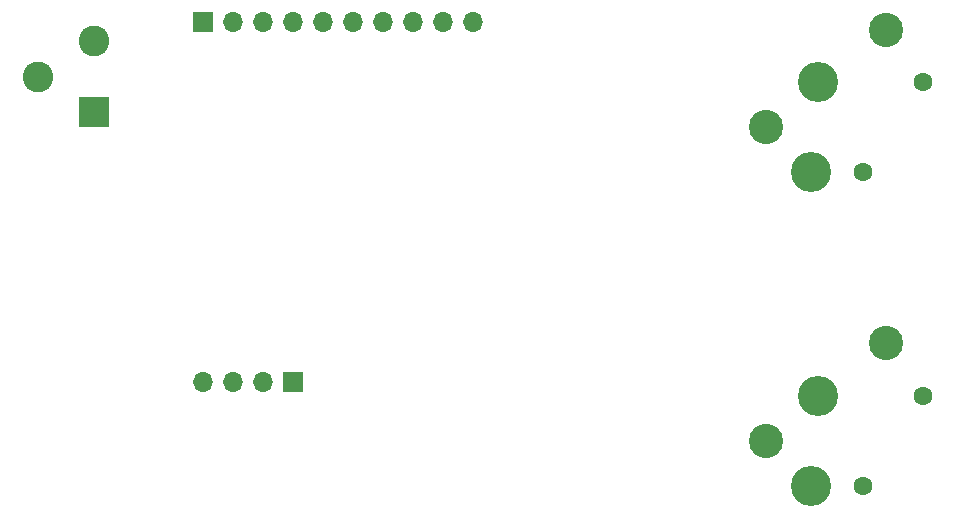
<source format=gbr>
%TF.GenerationSoftware,KiCad,Pcbnew,7.0.7*%
%TF.CreationDate,2023-09-08T00:35:22+02:00*%
%TF.ProjectId,DMX-ArtNET-Gateway,444d582d-4172-4744-9e45-542d47617465,v01*%
%TF.SameCoordinates,Original*%
%TF.FileFunction,Soldermask,Bot*%
%TF.FilePolarity,Negative*%
%FSLAX46Y46*%
G04 Gerber Fmt 4.6, Leading zero omitted, Abs format (unit mm)*
G04 Created by KiCad (PCBNEW 7.0.7) date 2023-09-08 00:35:22*
%MOMM*%
%LPD*%
G01*
G04 APERTURE LIST*
%ADD10R,1.700000X1.700000*%
%ADD11O,1.700000X1.700000*%
%ADD12C,1.600000*%
%ADD13C,3.400000*%
%ADD14C,2.900000*%
%ADD15R,2.600000X2.600000*%
%ADD16C,2.600000*%
G04 APERTURE END LIST*
D10*
%TO.C,J5*%
X147320000Y-116840000D03*
D11*
X144780000Y-116840000D03*
X142240000Y-116840000D03*
X139700000Y-116840000D03*
%TD*%
D10*
%TO.C,J1*%
X139700000Y-86360000D03*
D11*
X142240000Y-86360000D03*
X144780000Y-86360000D03*
X147320000Y-86360000D03*
X149860000Y-86360000D03*
X152400000Y-86360000D03*
X154940000Y-86360000D03*
X157480000Y-86360000D03*
X160020000Y-86360000D03*
X162560000Y-86360000D03*
%TD*%
D12*
%TO.C,J3*%
X195580000Y-125580000D03*
X200660000Y-117960000D03*
D13*
X191770000Y-117960000D03*
X191135000Y-125580000D03*
D14*
X187320000Y-121770000D03*
X197490000Y-113520000D03*
%TD*%
D15*
%TO.C,J4*%
X130430000Y-93980000D03*
D16*
X130430000Y-87980000D03*
X125730000Y-90980000D03*
%TD*%
D12*
%TO.C,J2*%
X195580000Y-99060000D03*
X200660000Y-91440000D03*
D13*
X191770000Y-91440000D03*
X191135000Y-99060000D03*
D14*
X187320000Y-95250000D03*
X197490000Y-87000000D03*
%TD*%
M02*

</source>
